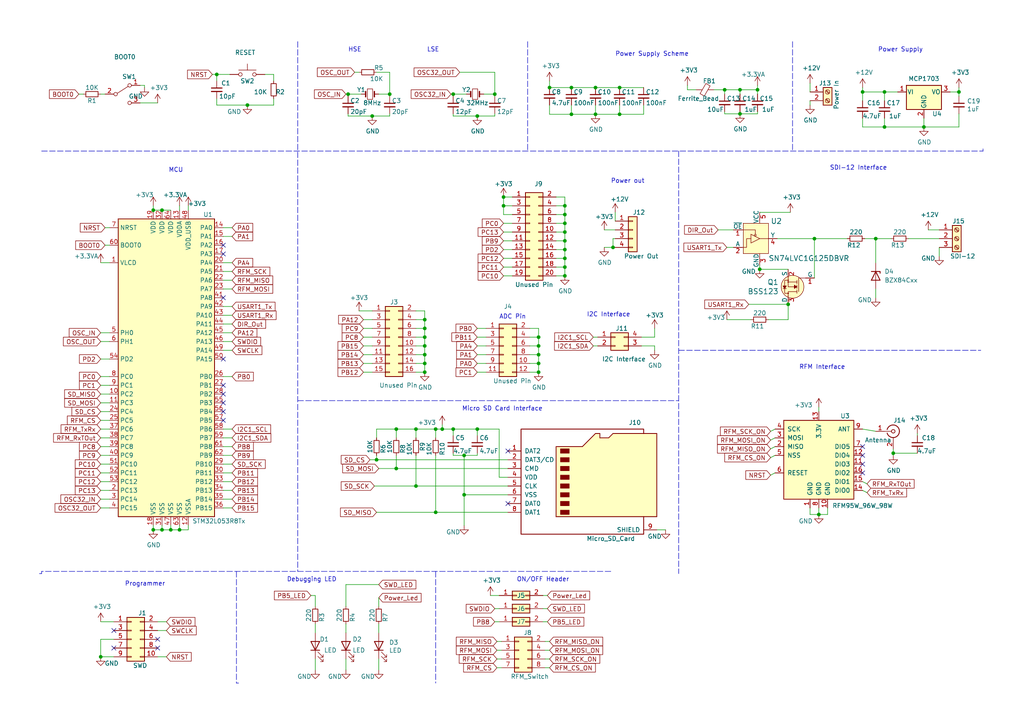
<source format=kicad_sch>
(kicad_sch (version 20211123) (generator eeschema)
  (paper "A4")
  (title_block (title "MoleNet") (date "2022-04-15") (rev "v5.01") (company "ComNet, University of Bremen") (comment 1 "S M Firoj Mahmud"))
  (junction (at 254 69.215))
  (junction (at 123.19 92.71))
  (junction (at 123.19 105.41))
  (junction (at 177.8 71.755))
  (junction (at 123.19 102.87))
  (junction (at 128.27 124.46))
  (junction (at 29.21 190.5))
  (junction (at 146.05 59.69))
  (junction (at 123.19 107.95))
  (junction (at 49.53 153.67))
  (junction (at 114.935 135.89))
  (junction (at 165.735 33.147))
  (junction (at 134.62 143.51))
  (junction (at 123.19 95.25))
  (junction (at 250.19 26.67))
  (junction (at 120.65 140.97))
  (junction (at 46.99 153.67))
  (junction (at 46.99 60.96))
  (junction (at 163.83 72.39))
  (junction (at 259.08 131.445))
  (junction (at 163.83 77.47))
  (junction (at 134.62 132.08))
  (junction (at 172.72 33.147))
  (junction (at 126.365 148.59))
  (junction (at 267.97 36.83))
  (junction (at 44.45 153.67))
  (junction (at 220.345 78.105))
  (junction (at 159.385 25.4))
  (junction (at 228.6 88.265))
  (junction (at 163.83 80.01))
  (junction (at 100.965 27.305))
  (junction (at 138.43 124.46))
  (junction (at 146.05 57.15))
  (junction (at 179.705 33.147))
  (junction (at 172.72 25.4))
  (junction (at 163.83 69.85))
  (junction (at 126.365 124.46))
  (junction (at 179.705 25.4))
  (junction (at 123.19 100.33))
  (junction (at 156.21 107.95))
  (junction (at 156.21 97.79))
  (junction (at 131.445 27.305))
  (junction (at 113.03 27.305))
  (junction (at 237.49 149.225))
  (junction (at 71.755 30.48))
  (junction (at 107.95 33.655))
  (junction (at 123.19 97.79))
  (junction (at 143.51 27.305))
  (junction (at 278.13 26.67))
  (junction (at 165.735 25.4))
  (junction (at 156.21 100.33))
  (junction (at 44.45 60.96))
  (junction (at 163.83 74.93))
  (junction (at 214.63 33.02))
  (junction (at 236.22 69.215))
  (junction (at 163.83 59.69))
  (junction (at 256.54 26.67))
  (junction (at 131.445 124.46))
  (junction (at 156.21 102.87))
  (junction (at 109.22 133.35))
  (junction (at 214.63 26.035))
  (junction (at 163.83 62.23))
  (junction (at 120.65 124.46))
  (junction (at 163.83 64.77))
  (junction (at 256.54 36.83))
  (junction (at 156.21 105.41))
  (junction (at 114.935 124.46))
  (junction (at 210.185 26.035))
  (junction (at 62.865 21.59))
  (junction (at 163.83 67.31))
  (junction (at 52.07 153.67))
  (junction (at 219.71 26.035))
  (junction (at 138.43 33.655))
  (no_connect (at 33.02 182.88))
  (no_connect (at 33.02 187.96))
  (no_connect (at 45.72 185.42))
  (no_connect (at 45.72 187.96))
  (no_connect (at 250.19 137.16))
  (no_connect (at 64.77 86.36))
  (no_connect (at 64.77 73.66))
  (no_connect (at 64.77 71.12))
  (no_connect (at 64.77 121.92))
  (no_connect (at 64.77 111.76))
  (no_connect (at 64.77 114.3))
  (no_connect (at 64.77 116.84))
  (no_connect (at 64.77 119.38))
  (no_connect (at 250.19 132.08))
  (no_connect (at 64.77 104.14))
  (no_connect (at 147.32 130.81))
  (no_connect (at 250.19 129.54))
  (no_connect (at 147.32 146.05))
  (no_connect (at 250.19 134.62))
  (wire (pts (xy 146.05 64.77) (xy 148.59 64.77)))
  (wire (pts (xy 228.6 92.71) (xy 222.885 92.71)))
  (wire (pts (xy 163.83 67.31) (xy 163.83 69.85)))
  (wire (pts (xy 54.61 153.67) (xy 52.07 153.67)))
  (wire (pts (xy 156.21 97.79) (xy 156.21 100.33)))
  (wire (pts (xy 109.22 20.955) (xy 113.03 20.955)))
  (polyline (pts (xy 68.58 165.735) (xy 68.58 198.12)))
  (wire (pts (xy 104.775 27.305) (xy 100.965 27.305)))
  (wire (pts (xy 120.65 100.33) (xy 123.19 100.33)))
  (wire (pts (xy 142.24 172.72) (xy 144.78 172.72)))
  (wire (pts (xy 210.82 71.755) (xy 212.725 71.755)))
  (wire (pts (xy 146.05 59.69) (xy 146.05 62.23)))
  (wire (pts (xy 44.45 153.67) (xy 46.99 153.67)))
  (wire (pts (xy 234.95 29.21) (xy 234.95 30.48)))
  (wire (pts (xy 172.085 97.79) (xy 173.355 97.79)))
  (wire (pts (xy 237.49 147.32) (xy 237.49 149.225)))
  (wire (pts (xy 29.21 190.5) (xy 33.02 190.5)))
  (wire (pts (xy 250.19 26.67) (xy 250.19 29.21)))
  (wire (pts (xy 163.83 59.69) (xy 163.83 62.23)))
  (polyline (pts (xy 285.115 43.815) (xy 285.115 43.18)))
  (wire (pts (xy 52.07 59.69) (xy 52.07 60.96)))
  (wire (pts (xy 123.19 95.25) (xy 123.19 97.79)))
  (wire (pts (xy 228.6 78.105) (xy 220.345 78.105)))
  (wire (pts (xy 172.72 30.48) (xy 172.72 33.147)))
  (wire (pts (xy 30.48 71.12) (xy 31.75 71.12)))
  (wire (pts (xy 146.05 57.15) (xy 148.59 57.15)))
  (wire (pts (xy 177.8 69.215) (xy 177.8 71.755)))
  (wire (pts (xy 131.445 124.46) (xy 131.445 126.365)))
  (wire (pts (xy 259.08 131.445) (xy 259.08 132.08)))
  (wire (pts (xy 120.65 124.46) (xy 126.365 124.46)))
  (wire (pts (xy 153.67 100.33) (xy 156.21 100.33)))
  (wire (pts (xy 128.27 123.19) (xy 128.27 124.46)))
  (polyline (pts (xy 12.065 165.735) (xy 12.065 166.37)))
  (wire (pts (xy 109.22 132.08) (xy 109.22 133.35)))
  (wire (pts (xy 278.13 36.83) (xy 267.97 36.83)))
  (wire (pts (xy 134.62 132.08) (xy 138.43 132.08)))
  (wire (pts (xy 234.95 147.32) (xy 234.95 149.225)))
  (wire (pts (xy 109.22 124.46) (xy 114.935 124.46)))
  (wire (pts (xy 45.72 190.5) (xy 48.26 190.5)))
  (wire (pts (xy 263.525 69.215) (xy 272.415 69.215)))
  (wire (pts (xy 131.445 33.655) (xy 138.43 33.655)))
  (wire (pts (xy 64.77 127) (xy 67.31 127)))
  (wire (pts (xy 256.54 26.67) (xy 250.19 26.67)))
  (wire (pts (xy 186.69 30.48) (xy 186.69 33.147)))
  (wire (pts (xy 146.05 80.01) (xy 148.59 80.01)))
  (wire (pts (xy 161.29 77.47) (xy 163.83 77.47)))
  (wire (pts (xy 109.855 180.975) (xy 109.855 183.515)))
  (wire (pts (xy 250.19 139.7) (xy 251.46 140.335)))
  (wire (pts (xy 138.43 107.95) (xy 140.97 107.95)))
  (wire (pts (xy 120.65 132.08) (xy 120.65 140.97)))
  (wire (pts (xy 113.03 27.94) (xy 113.03 27.305)))
  (wire (pts (xy 259.08 130.175) (xy 259.08 131.445)))
  (wire (pts (xy 220.345 61.595) (xy 229.235 61.595)))
  (wire (pts (xy 224.79 124.46) (xy 223.52 125.095)))
  (wire (pts (xy 143.51 176.53) (xy 144.78 176.53)))
  (wire (pts (xy 250.19 36.83) (xy 256.54 36.83)))
  (wire (pts (xy 64.77 83.82) (xy 67.31 83.82)))
  (wire (pts (xy 29.21 116.84) (xy 31.75 116.84)))
  (wire (pts (xy 61.595 21.59) (xy 62.865 21.59)))
  (wire (pts (xy 126.365 148.59) (xy 109.22 148.59)))
  (polyline (pts (xy 86.36 116.205) (xy 196.85 116.205)))
  (wire (pts (xy 120.65 92.71) (xy 123.19 92.71)))
  (wire (pts (xy 64.77 134.62) (xy 67.31 134.62)))
  (wire (pts (xy 143.51 33.655) (xy 143.51 33.02)))
  (wire (pts (xy 146.05 69.85) (xy 148.59 69.85)))
  (wire (pts (xy 278.13 33.02) (xy 278.13 36.83)))
  (wire (pts (xy 29.21 185.42) (xy 29.21 190.5)))
  (wire (pts (xy 147.32 133.35) (xy 109.22 133.35)))
  (wire (pts (xy 258.445 69.215) (xy 254 69.215)))
  (wire (pts (xy 45.72 182.88) (xy 48.26 182.88)))
  (wire (pts (xy 123.19 97.79) (xy 123.19 100.33)))
  (wire (pts (xy 109.855 191.135) (xy 109.855 194.31)))
  (wire (pts (xy 157.48 172.72) (xy 158.75 172.72)))
  (wire (pts (xy 54.61 152.4) (xy 54.61 153.67)))
  (wire (pts (xy 146.05 77.47) (xy 148.59 77.47)))
  (wire (pts (xy 143.51 180.34) (xy 144.78 180.34)))
  (wire (pts (xy 29.21 142.24) (xy 31.75 142.24)))
  (polyline (pts (xy 68.58 198.12) (xy 69.215 198.12)))
  (wire (pts (xy 161.29 59.69) (xy 163.83 59.69)))
  (wire (pts (xy 158.115 193.675) (xy 159.385 193.675)))
  (wire (pts (xy 236.22 80.645) (xy 236.22 69.215)))
  (wire (pts (xy 146.05 74.93) (xy 148.59 74.93)))
  (wire (pts (xy 138.43 132.08) (xy 138.43 131.445)))
  (wire (pts (xy 163.83 64.77) (xy 163.83 67.31)))
  (polyline (pts (xy 196.85 101.6) (xy 284.48 101.6)))
  (wire (pts (xy 163.83 72.39) (xy 163.83 74.93)))
  (wire (pts (xy 104.14 90.17) (xy 107.95 90.17)))
  (wire (pts (xy 29.21 127) (xy 31.75 127)))
  (wire (pts (xy 156.21 105.41) (xy 156.21 107.95)))
  (wire (pts (xy 64.77 144.78) (xy 67.31 144.78)))
  (wire (pts (xy 126.365 132.08) (xy 126.365 148.59)))
  (wire (pts (xy 256.54 34.29) (xy 256.54 36.83)))
  (wire (pts (xy 245.745 69.215) (xy 236.22 69.215)))
  (wire (pts (xy 228.6 88.265) (xy 228.6 92.71)))
  (wire (pts (xy 100.33 180.975) (xy 100.33 183.515)))
  (wire (pts (xy 128.27 124.46) (xy 131.445 124.46)))
  (wire (pts (xy 153.67 105.41) (xy 156.21 105.41)))
  (wire (pts (xy 123.19 100.33) (xy 123.19 102.87)))
  (wire (pts (xy 207.01 26.035) (xy 210.185 26.035)))
  (wire (pts (xy 105.41 97.79) (xy 107.95 97.79)))
  (wire (pts (xy 91.44 180.975) (xy 91.44 183.515)))
  (wire (pts (xy 217.805 92.71) (xy 210.82 92.71)))
  (wire (pts (xy 29.21 76.2) (xy 31.75 76.2)))
  (wire (pts (xy 236.22 69.215) (xy 225.425 69.215)))
  (wire (pts (xy 79.375 30.48) (xy 79.375 28.575)))
  (wire (pts (xy 219.71 33.02) (xy 219.71 32.385)))
  (wire (pts (xy 64.77 99.06) (xy 67.31 99.06)))
  (wire (pts (xy 100.965 27.305) (xy 100.33 27.305)))
  (wire (pts (xy 250.19 25.4) (xy 250.19 26.67)))
  (wire (pts (xy 120.65 90.17) (xy 123.19 90.17)))
  (polyline (pts (xy 196.85 43.815) (xy 196.85 166.37)))
  (wire (pts (xy 131.445 33.02) (xy 131.445 33.655)))
  (wire (pts (xy 29.21 129.54) (xy 31.75 129.54)))
  (wire (pts (xy 186.69 33.147) (xy 179.705 33.147)))
  (wire (pts (xy 135.255 27.305) (xy 131.445 27.305)))
  (wire (pts (xy 179.705 25.4) (xy 186.69 25.4)))
  (wire (pts (xy 29.21 121.92) (xy 31.75 121.92)))
  (wire (pts (xy 62.865 30.48) (xy 71.755 30.48)))
  (wire (pts (xy 90.17 172.72) (xy 91.44 172.72)))
  (wire (pts (xy 133.35 20.955) (xy 143.51 20.955)))
  (wire (pts (xy 120.65 105.41) (xy 123.19 105.41)))
  (wire (pts (xy 145.415 188.595) (xy 144.145 188.595)))
  (wire (pts (xy 272.415 71.755) (xy 272.415 74.295)))
  (wire (pts (xy 219.71 24.765) (xy 219.71 26.035)))
  (wire (pts (xy 224.79 129.54) (xy 223.52 130.175)))
  (wire (pts (xy 64.77 101.6) (xy 67.31 101.6)))
  (wire (pts (xy 62.865 21.59) (xy 66.675 21.59)))
  (wire (pts (xy 214.63 32.385) (xy 214.63 33.02)))
  (wire (pts (xy 147.32 143.51) (xy 134.62 143.51)))
  (wire (pts (xy 161.29 64.77) (xy 163.83 64.77)))
  (wire (pts (xy 64.77 76.2) (xy 67.31 76.2)))
  (wire (pts (xy 131.445 131.445) (xy 131.445 132.08)))
  (wire (pts (xy 105.41 105.41) (xy 107.95 105.41)))
  (wire (pts (xy 210.185 32.385) (xy 210.185 33.02)))
  (wire (pts (xy 52.07 153.67) (xy 49.53 153.67)))
  (wire (pts (xy 173.355 100.33) (xy 172.085 100.33)))
  (wire (pts (xy 64.77 96.52) (xy 67.31 96.52)))
  (wire (pts (xy 44.45 152.4) (xy 44.45 153.67)))
  (wire (pts (xy 172.72 25.4) (xy 179.705 25.4)))
  (wire (pts (xy 64.77 139.7) (xy 67.31 139.7)))
  (wire (pts (xy 214.63 26.035) (xy 219.71 26.035)))
  (wire (pts (xy 158.115 186.055) (xy 159.385 186.055)))
  (wire (pts (xy 156.21 100.33) (xy 156.21 102.87)))
  (wire (pts (xy 113.03 33.655) (xy 113.03 33.02)))
  (wire (pts (xy 29.21 111.76) (xy 31.75 111.76)))
  (wire (pts (xy 29.21 109.22) (xy 31.75 109.22)))
  (wire (pts (xy 146.05 62.23) (xy 148.59 62.23)))
  (wire (pts (xy 64.77 88.9) (xy 67.31 88.9)))
  (wire (pts (xy 143.51 27.305) (xy 143.51 20.955)))
  (wire (pts (xy 108.585 140.97) (xy 120.65 140.97)))
  (wire (pts (xy 172.72 33.147) (xy 179.705 33.147)))
  (wire (pts (xy 190.5 153.67) (xy 193.04 153.67)))
  (wire (pts (xy 224.79 137.16) (xy 223.52 137.795)))
  (wire (pts (xy 109.855 169.545) (xy 100.33 169.545)))
  (wire (pts (xy 49.53 152.4) (xy 49.53 153.67)))
  (wire (pts (xy 120.65 107.95) (xy 123.19 107.95)))
  (wire (pts (xy 64.77 109.22) (xy 67.31 109.22)))
  (wire (pts (xy 240.03 149.225) (xy 240.03 147.32)))
  (wire (pts (xy 29.21 114.3) (xy 31.75 114.3)))
  (wire (pts (xy 158.115 188.595) (xy 159.385 188.595)))
  (wire (pts (xy 114.935 124.46) (xy 120.65 124.46)))
  (wire (pts (xy 64.77 91.44) (xy 67.31 91.44)))
  (wire (pts (xy 161.29 74.93) (xy 163.83 74.93)))
  (wire (pts (xy 161.29 62.23) (xy 163.83 62.23)))
  (wire (pts (xy 156.21 102.87) (xy 156.21 105.41)))
  (wire (pts (xy 29.21 134.62) (xy 31.75 134.62)))
  (wire (pts (xy 41.91 24.765) (xy 40.64 24.765)))
  (wire (pts (xy 52.07 152.4) (xy 52.07 153.67)))
  (wire (pts (xy 91.44 172.72) (xy 91.44 175.895)))
  (wire (pts (xy 159.385 33.147) (xy 165.735 33.147)))
  (wire (pts (xy 123.19 90.17) (xy 123.19 92.71)))
  (wire (pts (xy 120.65 95.25) (xy 123.19 95.25)))
  (polyline (pts (xy 12.065 43.815) (xy 285.115 43.815)))
  (wire (pts (xy 153.67 102.87) (xy 156.21 102.87)))
  (wire (pts (xy 105.41 100.33) (xy 107.95 100.33)))
  (wire (pts (xy 30.48 66.04) (xy 31.75 66.04)))
  (polyline (pts (xy 86.36 12.065) (xy 86.36 165.735)))
  (wire (pts (xy 250.19 142.24) (xy 251.46 142.875)))
  (wire (pts (xy 104.14 20.955) (xy 102.87 20.955)))
  (wire (pts (xy 256.54 36.83) (xy 267.97 36.83)))
  (wire (pts (xy 146.05 72.39) (xy 148.59 72.39)))
  (wire (pts (xy 134.62 143.51) (xy 134.62 152.4)))
  (wire (pts (xy 145.415 191.135) (xy 144.145 191.135)))
  (wire (pts (xy 237.49 118.11) (xy 237.49 119.38)))
  (wire (pts (xy 147.32 135.89) (xy 114.935 135.89)))
  (wire (pts (xy 131.445 27.94) (xy 131.445 27.305)))
  (wire (pts (xy 161.29 80.01) (xy 163.83 80.01)))
  (wire (pts (xy 147.32 148.59) (xy 126.365 148.59)))
  (wire (pts (xy 256.54 26.67) (xy 256.54 29.21)))
  (wire (pts (xy 163.83 74.93) (xy 163.83 77.47)))
  (wire (pts (xy 64.77 129.54) (xy 67.31 129.54)))
  (wire (pts (xy 145.415 193.675) (xy 144.145 193.675)))
  (wire (pts (xy 29.21 144.78) (xy 31.75 144.78)))
  (wire (pts (xy 138.43 100.33) (xy 140.97 100.33)))
  (wire (pts (xy 29.21 96.52) (xy 31.75 96.52)))
  (wire (pts (xy 46.99 152.4) (xy 46.99 153.67)))
  (wire (pts (xy 157.48 180.34) (xy 158.75 180.34)))
  (wire (pts (xy 163.83 69.85) (xy 163.83 72.39)))
  (wire (pts (xy 266.065 125.73) (xy 266.065 126.365)))
  (wire (pts (xy 210.185 26.035) (xy 210.185 27.305)))
  (wire (pts (xy 278.13 26.67) (xy 278.13 27.94)))
  (wire (pts (xy 237.49 149.225) (xy 240.03 149.225)))
  (wire (pts (xy 199.39 26.035) (xy 199.39 24.765)))
  (wire (pts (xy 165.735 30.48) (xy 165.735 33.147)))
  (wire (pts (xy 64.77 78.74) (xy 67.31 78.74)))
  (wire (pts (xy 143.51 27.305) (xy 140.335 27.305)))
  (wire (pts (xy 153.67 107.95) (xy 156.21 107.95)))
  (wire (pts (xy 44.45 60.96) (xy 46.99 60.96)))
  (wire (pts (xy 100.33 191.135) (xy 100.33 194.31)))
  (wire (pts (xy 224.79 127) (xy 223.52 127.635)))
  (wire (pts (xy 105.41 95.25) (xy 107.95 95.25)))
  (wire (pts (xy 126.365 127) (xy 126.365 124.46)))
  (wire (pts (xy 210.185 33.02) (xy 214.63 33.02)))
  (wire (pts (xy 161.29 69.85) (xy 163.83 69.85)))
  (wire (pts (xy 24.13 27.305) (xy 22.86 27.305)))
  (wire (pts (xy 250.19 34.29) (xy 250.19 36.83)))
  (wire (pts (xy 131.445 124.46) (xy 138.43 124.46)))
  (wire (pts (xy 153.67 97.79) (xy 156.21 97.79)))
  (wire (pts (xy 44.45 59.69) (xy 44.45 60.96)))
  (wire (pts (xy 159.385 23.495) (xy 159.385 25.4)))
  (wire (pts (xy 100.965 33.655) (xy 107.95 33.655)))
  (wire (pts (xy 219.71 26.035) (xy 219.71 27.305)))
  (polyline (pts (xy 177.165 165.735) (xy 12.065 165.735)))
  (wire (pts (xy 158.115 191.135) (xy 159.385 191.135)))
  (wire (pts (xy 46.99 153.67) (xy 49.53 153.67)))
  (wire (pts (xy 46.99 60.96) (xy 49.53 60.96)))
  (wire (pts (xy 138.43 102.87) (xy 140.97 102.87)))
  (wire (pts (xy 214.63 27.305) (xy 214.63 26.035)))
  (wire (pts (xy 109.22 127) (xy 109.22 124.46)))
  (wire (pts (xy 54.61 59.69) (xy 54.61 60.96)))
  (wire (pts (xy 153.67 95.25) (xy 156.21 95.25)))
  (wire (pts (xy 234.95 149.225) (xy 237.49 149.225)))
  (wire (pts (xy 134.62 143.51) (xy 134.62 132.08)))
  (wire (pts (xy 100.965 27.94) (xy 100.965 27.305)))
  (wire (pts (xy 109.22 133.35) (xy 107.315 133.35)))
  (wire (pts (xy 189.865 100.33) (xy 186.055 100.33)))
  (polyline (pts (xy 12.065 166.37) (xy 11.43 166.37)))
  (wire (pts (xy 161.29 57.15) (xy 163.83 57.15)))
  (wire (pts (xy 179.705 30.48) (xy 179.705 33.147)))
  (wire (pts (xy 201.93 26.035) (xy 199.39 26.035)))
  (wire (pts (xy 29.21 139.7) (xy 31.75 139.7)))
  (wire (pts (xy 64.77 142.24) (xy 67.31 142.24)))
  (wire (pts (xy 156.21 95.25) (xy 156.21 97.79)))
  (wire (pts (xy 29.21 104.14) (xy 31.75 104.14)))
  (wire (pts (xy 29.21 147.32) (xy 31.75 147.32)))
  (wire (pts (xy 64.77 68.58) (xy 67.31 68.58)))
  (wire (pts (xy 114.935 132.08) (xy 114.935 135.89)))
  (wire (pts (xy 254 83.82) (xy 254 86.36)))
  (wire (pts (xy 278.13 25.4) (xy 278.13 26.67)))
  (wire (pts (xy 100.33 169.545) (xy 100.33 175.895)))
  (wire (pts (xy 165.735 25.4) (xy 172.72 25.4)))
  (wire (pts (xy 165.735 33.147) (xy 172.72 33.147)))
  (wire (pts (xy 105.41 92.71) (xy 107.95 92.71)))
  (wire (pts (xy 217.17 88.265) (xy 228.6 88.265)))
  (wire (pts (xy 64.77 66.04) (xy 67.31 66.04)))
  (wire (pts (xy 109.855 175.895) (xy 109.855 173.355)))
  (wire (pts (xy 120.65 97.79) (xy 123.19 97.79)))
  (wire (pts (xy 79.375 23.495) (xy 79.375 21.59)))
  (wire (pts (xy 105.41 107.95) (xy 107.95 107.95)))
  (wire (pts (xy 64.77 132.08) (xy 67.31 132.08)))
  (wire (pts (xy 29.21 180.34) (xy 33.02 180.34)))
  (wire (pts (xy 157.48 176.53) (xy 158.75 176.53)))
  (wire (pts (xy 45.72 180.34) (xy 48.26 180.34)))
  (wire (pts (xy 146.05 57.15) (xy 146.05 59.69)))
  (wire (pts (xy 250.19 124.46) (xy 254 125.095)))
  (wire (pts (xy 120.65 102.87) (xy 123.19 102.87)))
  (wire (pts (xy 145.415 186.055) (xy 144.145 186.055)))
  (wire (pts (xy 254 69.215) (xy 254 76.2)))
  (wire (pts (xy 126.365 124.46) (xy 128.27 124.46)))
  (wire (pts (xy 138.43 95.25) (xy 140.97 95.25)))
  (wire (pts (xy 220.345 76.835) (xy 220.345 78.105)))
  (wire (pts (xy 29.21 119.38) (xy 31.75 119.38)))
  (wire (pts (xy 29.21 124.46) (xy 31.75 124.46)))
  (wire (pts (xy 159.385 25.4) (xy 165.735 25.4)))
  (wire (pts (xy 254 69.215) (xy 250.825 69.215)))
  (wire (pts (xy 64.77 81.28) (xy 67.31 81.28)))
  (wire (pts (xy 161.29 67.31) (xy 163.83 67.31)))
  (wire (pts (xy 41.91 25.4) (xy 41.91 24.765)))
  (wire (pts (xy 138.43 97.79) (xy 140.97 97.79)))
  (wire (pts (xy 120.65 127) (xy 120.65 124.46)))
  (wire (pts (xy 107.95 33.655) (xy 113.03 33.655)))
  (wire (pts (xy 234.95 24.13) (xy 234.95 26.67)))
  (wire (pts (xy 161.29 72.39) (xy 163.83 72.39)))
  (wire (pts (xy 146.05 67.31) (xy 148.59 67.31)))
  (wire (pts (xy 212.725 66.675) (xy 208.28 66.675)))
  (wire (pts (xy 131.445 27.305) (xy 130.81 27.305)))
  (wire (pts (xy 62.865 28.575) (xy 62.865 30.48)))
  (wire (pts (xy 214.63 33.02) (xy 219.71 33.02)))
  (wire (pts (xy 64.77 147.32) (xy 67.31 147.32)))
  (wire (pts (xy 64.77 137.16) (xy 67.31 137.16)))
  (wire (pts (xy 275.59 26.67) (xy 278.13 26.67)))
  (wire (pts (xy 189.865 101.6) (xy 189.865 100.33)))
  (wire (pts (xy 163.83 62.23) (xy 163.83 64.77)))
  (wire (pts (xy 266.065 131.445) (xy 259.08 131.445)))
  (wire (pts (xy 64.77 93.98) (xy 67.31 93.98)))
  (wire (pts (xy 178.435 64.135) (xy 178.435 61.595)))
  (wire (pts (xy 120.65 140.97) (xy 147.32 140.97)))
  (wire (pts (xy 29.21 137.16) (xy 31.75 137.16)))
  (wire (pts (xy 29.21 132.08) (xy 31.75 132.08)))
  (wire (pts (xy 189.865 97.79) (xy 189.865 95.25)))
  (polyline (pts (xy 126.365 165.735) (xy 126.365 198.12)))
  (wire (pts (xy 186.055 97.79) (xy 189.865 97.79)))
  (wire (pts (xy 33.02 185.42) (xy 29.21 185.42)))
  (wire (pts (xy 138.43 33.655) (xy 143.51 33.655)))
  (wire (pts (xy 123.19 105.41) (xy 123.19 107.95)))
  (wire (pts (xy 29.21 99.06) (xy 31.75 99.06)))
  (wire (pts (xy 40.64 29.845) (xy 45.72 29.845)))
  (polyline (pts (xy 229.87 12.065) (xy 229.87 43.815)))
  (wire (pts (xy 163.83 57.15) (xy 163.83 59.69)))
  (wire (pts (xy 138.43 105.41) (xy 140.97 105.41)))
  (wire (pts (xy 138.43 126.365) (xy 138.43 124.46)))
  (wire (pts (xy 272.415 66.675) (xy 269.24 66.675)))
  (wire (pts (xy 123.19 102.87) (xy 123.19 105.41)))
  (wire (pts (xy 100.965 33.02) (xy 100.965 33.655)))
  (wire (pts (xy 224.79 132.08) (xy 223.52 132.715)))
  (wire (pts (xy 147.32 138.43) (xy 144.78 138.43)))
  (wire (pts (xy 178.435 69.215) (xy 177.8 69.215)))
  (wire (pts (xy 105.41 102.87) (xy 107.95 102.87)))
  (wire (pts (xy 143.51 27.94) (xy 143.51 27.305)))
  (wire (pts (xy 113.03 27.305) (xy 113.03 20.955)))
  (wire (pts (xy 113.03 27.305) (xy 109.855 27.305)))
  (polyline (pts (xy 153.035 12.065) (xy 153.035 43.815)))
  (wire (pts (xy 62.865 21.59) (xy 62.865 23.495)))
  (wire (pts (xy 131.445 132.08) (xy 134.62 132.08)))
  (wire (pts (xy 114.935 127) (xy 114.935 124.46)))
  (wire (pts (xy 30.48 27.305) (xy 29.21 27.305)))
  (wire (pts (xy 123.19 92.71) (xy 123.19 95.25)))
  (wire (pts (xy 144.78 138.43) (xy 144.78 124.46)))
  (wire (pts (xy 71.755 30.48) (xy 79.375 30.48)))
  (wire (pts (xy 178.435 66.675) (xy 175.26 66.675)))
  (wire (pts (xy 79.375 21.59) (xy 76.835 21.59)))
  (wire (pts (xy 178.435 71.755) (xy 177.8 71.755)))
  (wire (pts (xy 146.05 59.69) (xy 148.59 59.69)))
  (wire (pts (xy 267.97 34.29) (xy 267.97 36.83)))
  (wire (pts (xy 138.43 124.46) (xy 144.78 124.46)))
  (wire (pts (xy 163.83 77.47) (xy 163.83 80.01)))
  (wire (pts (xy 210.185 26.035) (xy 214.63 26.035)))
  (wire (pts (xy 64.77 124.46) (xy 67.31 124.46)))
  (wire (pts (xy 260.35 26.67) (xy 256.54 26.67)))
  (wire (pts (xy 114.935 135.89) (xy 109.855 135.89)))
  (wire (pts (xy 91.44 191.135) (xy 91.44 194.31)))
  (wire (pts (xy 159.385 30.48) (xy 159.385 33.147)))
  (wire (pts (xy 177.8 71.755) (xy 175.26 71.755)))
  (text "Power Supply Scheme" (at 178.435 16.51 0) (effects (font (size 1.27 1.27)) (justify left bottom)))
  (text "Power out" (at 177.165 53.34 0) (effects (font (size 1.27 1.27)) (justify left bottom)))
  (text "Debugging LED" (at 83.185 168.91 0) (effects (font (size 1.27 1.27)) (justify left bottom)))
  (text "I2C Interface" (at 170.18 92.075 0) (effects (font (size 1.27 1.27)) (justify left bottom)))
  (text "LSE" (at 123.825 15.24 0) (effects (font (size 1.27 1.27)) (justify left bottom)))
  (text "SDI-12 Interface" (at 240.665 49.53 0) (effects (font (size 1.27 1.27)) (justify left bottom)))
  (text "Micro SD Card Interface" (at 133.985 119.38 0) (effects (font (size 1.27 1.27)) (justify left bottom)))
  (text "ON/OFF Header" (at 149.86 168.91 0) (effects (font (size 1.27 1.27)) (justify left bottom)))
  (text "ADC Pin" (at 144.78 92.71 0) (effects (font (size 1.27 1.27)) (justify left bottom)))
  (text "Programmer" (at 36.195 170.18 0) (effects (font (size 1.27 1.27)) (justify left bottom)))
  (text "Power Supply" (at 254.635 15.24 0) (effects (font (size 1.27 1.27)) (justify left bottom)))
  (text "MCU" (at 48.895 50.165 0) (effects (font (size 1.27 1.27)) (justify left bottom)))
  (text "HSE" (at 100.965 15.24 0) (effects (font (size 1.27 1.27)) (justify left bottom)))
  (text "RFM Interface" (at 231.775 107.315 0) (effects (font (size 1.27 1.27)) (justify left bottom)))
  (global_label "USART1_Tx" (shape input) (at 67.31 88.9 0) (property "Intersheet References" "${INTERSHEET_REFS}" (effects hide)))
  (global_label "PA0" (shape input) (at 67.31 66.04 0) (property "Intersheet References" "${INTERSHEET_REFS}" (effects hide)))
  (global_label "OSC32_OUT" (shape input) (at 29.21 147.32 180) (property "Intersheet References" "${INTERSHEET_REFS}" (effects hide)))
  (global_label "PA0" (shape input) (at 138.43 105.41 180) (property "Intersheet References" "${INTERSHEET_REFS}" (effects hide)))
  (global_label "OSC_IN" (shape input) (at 100.33 27.305 180) (property "Intersheet References" "${INTERSHEET_REFS}" (effects hide)))
  (global_label "PB8" (shape input) (at 67.31 129.54 0) (property "Intersheet References" "${INTERSHEET_REFS}" (effects hide)))
  (global_label "I2C1_SDA" (shape input) (at 67.31 127 0) (property "Intersheet References" "${INTERSHEET_REFS}" (effects hide)))
  (global_label "DIR_Out" (shape input) (at 67.31 93.98 0) (property "Intersheet References" "${INTERSHEET_REFS}" (effects hide)))
  (global_label "NRST" (shape input) (at 223.52 137.795 180) (property "Intersheet References" "${INTERSHEET_REFS}" (effects hide)))
  (global_label "SWDIO" (shape input) (at 48.26 180.34 0) (property "Intersheet References" "${INTERSHEET_REFS}" (effects hide)))
  (global_label "DIR_Out" (shape input) (at 208.28 66.675 180) (property "Intersheet References" "${INTERSHEET_REFS}" (effects hide)))
  (global_label "PC12" (shape input) (at 29.21 139.7 180) (property "Intersheet References" "${INTERSHEET_REFS}" (effects hide)))
  (global_label "PC11" (shape input) (at 29.21 137.16 180) (property "Intersheet References" "${INTERSHEET_REFS}" (effects hide)))
  (global_label "PD2" (shape input) (at 146.05 72.39 180) (property "Intersheet References" "${INTERSHEET_REFS}" (effects hide)))
  (global_label "PC0" (shape input) (at 29.21 109.22 180) (property "Intersheet References" "${INTERSHEET_REFS}" (effects hide)))
  (global_label "SD_MOSI" (shape input) (at 109.855 135.89 180) (property "Intersheet References" "${INTERSHEET_REFS}" (effects hide)))
  (global_label "NRST" (shape input) (at 30.48 66.04 180) (property "Intersheet References" "${INTERSHEET_REFS}" (effects hide)))
  (global_label "RFM_SCK_ON" (shape input) (at 159.385 191.135 0) (property "Intersheet References" "${INTERSHEET_REFS}" (effects hide)))
  (global_label "RFM_CS" (shape input) (at 144.145 193.675 180) (property "Intersheet References" "${INTERSHEET_REFS}" (effects hide)))
  (global_label "USART1_Tx" (shape input) (at 210.82 71.755 180) (property "Intersheet References" "${INTERSHEET_REFS}" (effects hide)))
  (global_label "RFM_RxTOut" (shape input) (at 29.21 127 180) (property "Intersheet References" "${INTERSHEET_REFS}" (effects hide)))
  (global_label "PA4" (shape input) (at 67.31 76.2 0) (property "Intersheet References" "${INTERSHEET_REFS}" (effects hide)))
  (global_label "SWDIO" (shape input) (at 143.51 176.53 180) (property "Intersheet References" "${INTERSHEET_REFS}" (effects hide)))
  (global_label "PC0" (shape input) (at 146.05 64.77 180) (property "Intersheet References" "${INTERSHEET_REFS}" (effects hide)))
  (global_label "SWD_LED" (shape input) (at 158.75 176.53 0) (property "Intersheet References" "${INTERSHEET_REFS}" (effects hide)))
  (global_label "RFM_SCK" (shape input) (at 144.145 191.135 180) (property "Intersheet References" "${INTERSHEET_REFS}" (effects hide)))
  (global_label "PB15" (shape input) (at 105.41 100.33 180) (property "Intersheet References" "${INTERSHEET_REFS}" (effects hide)))
  (global_label "PC9" (shape input) (at 105.41 95.25 180) (property "Intersheet References" "${INTERSHEET_REFS}" (effects hide)))
  (global_label "OSC_OUT" (shape input) (at 29.21 99.06 180) (property "Intersheet References" "${INTERSHEET_REFS}" (effects hide)))
  (global_label "PC13" (shape input) (at 146.05 67.31 180) (property "Intersheet References" "${INTERSHEET_REFS}" (effects hide)))
  (global_label "PC1" (shape input) (at 138.43 107.95 180) (property "Intersheet References" "${INTERSHEET_REFS}" (effects hide)))
  (global_label "PD2" (shape input) (at 29.21 104.14 180) (property "Intersheet References" "${INTERSHEET_REFS}" (effects hide)))
  (global_label "RFM_CS" (shape input) (at 29.21 121.92 180) (property "Intersheet References" "${INTERSHEET_REFS}" (effects hide)))
  (global_label "PB12" (shape input) (at 67.31 139.7 0) (property "Intersheet References" "${INTERSHEET_REFS}" (effects hide)))
  (global_label "I2C1_SCL" (shape input) (at 67.31 124.46 0) (property "Intersheet References" "${INTERSHEET_REFS}" (effects hide)))
  (global_label "RFM_TxRx" (shape input) (at 29.21 124.46 180) (property "Intersheet References" "${INTERSHEET_REFS}" (effects hide)))
  (global_label "OSC32_IN" (shape input) (at 29.21 144.78 180) (property "Intersheet References" "${INTERSHEET_REFS}" (effects hide)))
  (global_label "PB15" (shape input) (at 67.31 147.32 0) (property "Intersheet References" "${INTERSHEET_REFS}" (effects hide)))
  (global_label "PC8" (shape input) (at 105.41 97.79 180) (property "Intersheet References" "${INTERSHEET_REFS}" (effects hide)))
  (global_label "PB13" (shape input) (at 105.41 105.41 180) (property "Intersheet References" "${INTERSHEET_REFS}" (effects hide)))
  (global_label "SD_CS" (shape input) (at 107.315 133.35 180) (property "Intersheet References" "${INTERSHEET_REFS}" (effects hide)))
  (global_label "PB5_LED" (shape input) (at 158.75 180.34 0) (property "Intersheet References" "${INTERSHEET_REFS}" (effects hide)))
  (global_label "SD_SCK" (shape input) (at 67.31 134.62 0) (property "Intersheet References" "${INTERSHEET_REFS}" (effects hide)))
  (global_label "PC1" (shape input) (at 29.21 111.76 180) (property "Intersheet References" "${INTERSHEET_REFS}" (effects hide)))
  (global_label "NRST" (shape input) (at 61.595 21.59 180) (property "Intersheet References" "${INTERSHEET_REFS}" (effects hide)))
  (global_label "PB11" (shape input) (at 138.43 97.79 180) (property "Intersheet References" "${INTERSHEET_REFS}" (effects hide)))
  (global_label "PC13" (shape input) (at 29.21 142.24 180) (property "Intersheet References" "${INTERSHEET_REFS}" (effects hide)))
  (global_label "BOOT0" (shape input) (at 22.86 27.305 180) (property "Intersheet References" "${INTERSHEET_REFS}" (effects hide)))
  (global_label "PA12" (shape input) (at 105.41 92.71 180) (property "Intersheet References" "${INTERSHEET_REFS}" (effects hide)))
  (global_label "Power_Led" (shape input) (at 109.855 173.355 0) (property "Intersheet References" "${INTERSHEET_REFS}" (effects hide)))
  (global_label "PB0" (shape input) (at 67.31 109.22 0) (property "Intersheet References" "${INTERSHEET_REFS}" (effects hide)))
  (global_label "SWCLK" (shape input) (at 67.31 101.6 0) (property "Intersheet References" "${INTERSHEET_REFS}" (effects hide)))
  (global_label "PA1" (shape input) (at 67.31 68.58 0) (property "Intersheet References" "${INTERSHEET_REFS}" (effects hide)))
  (global_label "RFM_SCK_ON" (shape input) (at 223.52 125.095 180) (property "Intersheet References" "${INTERSHEET_REFS}" (effects hide)))
  (global_label "SD_MISO" (shape input) (at 29.21 114.3 180) (property "Intersheet References" "${INTERSHEET_REFS}" (effects hide)))
  (global_label "RFM_MOSI" (shape input) (at 144.145 188.595 180) (property "Intersheet References" "${INTERSHEET_REFS}" (effects hide)))
  (global_label "BOOT0" (shape input) (at 30.48 71.12 180) (property "Intersheet References" "${INTERSHEET_REFS}" (effects hide)))
  (global_label "OSC32_IN" (shape input) (at 130.81 27.305 180) (property "Intersheet References" "${INTERSHEET_REFS}" (effects hide)))
  (global_label "SD_CS" (shape input) (at 29.21 119.38 180) (property "Intersheet References" "${INTERSHEET_REFS}" (effects hide)))
  (global_label "PB8" (shape input) (at 143.51 180.34 180) (property "Intersheet References" "${INTERSHEET_REFS}" (effects hide)))
  (global_label "PC12" (shape input) (at 146.05 74.93 180) (property "Intersheet References" "${INTERSHEET_REFS}" (effects hide)))
  (global_label "PB9" (shape input) (at 67.31 132.08 0) (property "Intersheet References" "${INTERSHEET_REFS}" (effects hide)))
  (global_label "SD_MOSI" (shape input) (at 29.21 116.84 180) (property "Intersheet References" "${INTERSHEET_REFS}" (effects hide)))
  (global_label "PA12" (shape input) (at 67.31 96.52 0) (property "Intersheet References" "${INTERSHEET_REFS}" (effects hide)))
  (global_label "I2C1_SDA" (shape input) (at 172.085 100.33 180) (property "Intersheet References" "${INTERSHEET_REFS}" (effects hide)))
  (global_label "PA1" (shape input) (at 138.43 102.87 180) (property "Intersheet References" "${INTERSHEET_REFS}" (effects hide)))
  (global_label "RFM_MOSI_ON" (shape input) (at 223.52 127.635 180) (property "Intersheet References" "${INTERSHEET_REFS}" (effects hide)))
  (global_label "RFM_MISO_ON" (shape input) (at 159.385 186.055 0) (property "Intersheet References" "${INTERSHEET_REFS}" (effects hide)))
  (global_label "RFM_RxTOut" (shape input) (at 251.46 140.335 0) (property "Intersheet References" "${INTERSHEET_REFS}" (effects hide)))
  (global_label "PB9" (shape input) (at 146.05 69.85 180) (property "Intersheet References" "${INTERSHEET_REFS}" (effects hide)))
  (global_label "PC9" (shape input) (at 29.21 132.08 180) (property "Intersheet References" "${INTERSHEET_REFS}" (effects hide)))
  (global_label "SD_MISO" (shape input) (at 109.22 148.59 180) (property "Intersheet References" "${INTERSHEET_REFS}" (effects hide)))
  (global_label "PC11" (shape input) (at 146.05 77.47 180) (property "Intersheet References" "${INTERSHEET_REFS}" (effects hide)))
  (global_label "PB11" (shape input) (at 67.31 137.16 0) (property "Intersheet References" "${INTERSHEET_REFS}" (effects hide)))
  (global_label "PB14" (shape input) (at 67.31 144.78 0) (property "Intersheet References" "${INTERSHEET_REFS}" (effects hide)))
  (global_label "PC10" (shape input) (at 29.21 134.62 180) (property "Intersheet References" "${INTERSHEET_REFS}" (effects hide)))
  (global_label "PB12" (shape input) (at 105.41 107.95 180) (property "Intersheet References" "${INTERSHEET_REFS}" (effects hide)))
  (global_label "RFM_CS_ON" (shape input) (at 159.385 193.675 0) (property "Intersheet References" "${INTERSHEET_REFS}" (effects hide)))
  (global_label "RFM_TxRx" (shape input) (at 251.46 142.875 0) (property "Intersheet References" "${INTERSHEET_REFS}" (effects hide)))
  (global_label "PB14" (shape input) (at 105.41 102.87 180) (property "Intersheet References" "${INTERSHEET_REFS}" (effects hide)))
  (global_label "USART1_Rx" (shape input) (at 67.31 91.44 0) (property "Intersheet References" "${INTERSHEET_REFS}" (effects hide)))
  (global_label "I2C1_SCL" (shape input) (at 172.085 97.79 180) (property "Intersheet References" "${INTERSHEET_REFS}" (effects hide)))
  (global_label "RFM_MOSI" (shape input) (at 67.31 83.82 0) (property "Intersheet References" "${INTERSHEET_REFS}" (effects hide)))
  (global_label "PC8" (shape input) (at 29.21 129.54 180) (property "Intersheet References" "${INTERSHEET_REFS}" (effects hide)))
  (global_label "USART1_Rx" (shape input) (at 217.17 88.265 180) (property "Intersheet References" "${INTERSHEET_REFS}" (effects hide)))
  (global_label "OSC_OUT" (shape input) (at 102.87 20.955 180) (property "Intersheet References" "${INTERSHEET_REFS}" (effects hide)))
  (global_label "RFM_SCK" (shape input) (at 67.31 78.74 0) (property "Intersheet References" "${INTERSHEET_REFS}" (effects hide)))
  (global_label "PB5_LED" (shape input) (at 90.17 172.72 180) (property "Intersheet References" "${INTERSHEET_REFS}" (effects hide)))
  (global_label "RFM_MOSI_ON" (shape input) (at 159.385 188.595 0) (property "Intersheet References" "${INTERSHEET_REFS}" (effects hide)))
  (global_label "SWD_LED" (shape input) (at 109.855 169.545 0) (property "Intersheet References" "${INTERSHEET_REFS}" (effects hide)))
  (global_label "RFM_MISO_ON" (shape input) (at 223.52 130.175 180) (property "Intersheet References" "${INTERSHEET_REFS}" (effects hide)))
  (global_label "SWDIO" (shape input) (at 67.31 99.06 0) (property "Intersheet References" "${INTERSHEET_REFS}" (effects hide)))
  (global_label "SD_SCK" (shape input) (at 108.585 140.97 180) (property "Intersheet References" "${INTERSHEET_REFS}" (effects hide)))
  (global_label "NRST" (shape input) (at 48.26 190.5 0) (property "Intersheet References" "${INTERSHEET_REFS}" (effects hide)))
  (global_label "PC10" (shape input) (at 146.05 80.01 180) (property "Intersheet References" "${INTERSHEET_REFS}" (effects hide)))
  (global_label "RFM_MISO" (shape input) (at 67.31 81.28 0) (property "Intersheet References" "${INTERSHEET_REFS}" (effects hide)))
  (global_label "OSC_IN" (shape input) (at 29.21 96.52 180) (property "Intersheet References" "${INTERSHEET_REFS}" (effects hide)))
  (global_label "RFM_MISO" (shape input) (at 144.145 186.055 180) (property "Intersheet References" "${INTERSHEET_REFS}" (effects hide)))
  (global_label "SWCLK" (shape input) (at 48.26 182.88 0) (property "Intersheet References" "${INTERSHEET_REFS}" (effects hide)))
  (global_label "OSC32_OUT" (shape input) (at 133.35 20.955 180) (property "Intersheet References" "${INTERSHEET_REFS}" (effects hide)))
  (global_label "Power_Led" (shape input) (at 158.75 172.72 0) (property "Intersheet References" "${INTERSHEET_REFS}" (effects hide)))
  (global_label "PB13" (shape input) (at 67.31 142.24 0) (property "Intersheet References" "${INTERSHEET_REFS}" (effects hide)))
  (global_label "RFM_CS_ON" (shape input) (at 223.52 132.715 180) (property "Intersheet References" "${INTERSHEET_REFS}" (effects hide)))
  (global_label "PA4" (shape input) (at 138.43 100.33 180) (property "Intersheet References" "${INTERSHEET_REFS}" (effects hide)))
  (global_label "PB0" (shape input) (at 138.43 95.25 180) (property "Intersheet References" "${INTERSHEET_REFS}" (effects hide)))
  (symbol (lib_id "MCU_ST_STM32L0:STM32L053R8Tx") (at 49.53 106.68 0) (unit 1)
    (property "Reference" "U1" (at 60.325 62.23 0))
    (property "Value" "STM32L053R8Tx" (at 63.5 151.13 0))
    (property "Footprint" "Package_QFP:LQFP-64_10x10mm_P0.5mm" (effects hide))
    (property "Datasheet" "http://www.st.com/st-web-ui/static/active/en/resource/technical/document/datasheet/DM00105960.pdf" (effects hide))
  )
  (symbol (lib_id "power:+3.3V") (at 44.45 59.69 0) (unit 1)
    (property "Reference" "#PWR05" (effects hide))
    (property "Value" "+3.3V" (at 41.91 56.515 0))
  )
  (symbol (lib_id "power:+12V") (at 250.19 25.4 0) (unit 1)
    (property "Reference" "#PWR044" (effects hide))
    (property "Value" "+12V" (at 250.571 21.0058 0))
  )
  (symbol (lib_id "power:GND") (at 267.97 36.83 0) (unit 1)
    (property "Reference" "#PWR048" (effects hide))
    (property "Value" "GND" (at 268.097 41.2242 0))
  )
  (symbol (lib_id "power:+3.3V") (at 54.61 59.69 0) (unit 1)
    (property "Reference" "#PWR09" (effects hide))
    (property "Value" "+3.3V" (at 57.15 59.055 0))
  )
  (symbol (lib_id "power:+3.3VA") (at 52.07 59.69 0) (unit 1)
    (property "Reference" "#PWR08" (effects hide))
    (property "Value" "+3.3VA" (at 50.8 56.515 0))
  )
  (symbol (lib_id "power:GND") (at 44.45 153.67 0) (unit 1)
    (property "Reference" "#PWR06" (effects hide))
    (property "Value" "GND" (at 44.577 158.0642 0))
  )
  (symbol (lib_id "Regulator_Linear:MCP1703A-3302_SOT223") (at 267.97 26.67 0) (unit 1)
    (property "Reference" "U4" (at 271.78 33.02 0))
    (property "Value" "MCP1703" (at 267.97 22.8346 0))
    (property "Footprint" "Package_TO_SOT_SMD:SOT-223-3_TabPin2" (effects hide))
    (property "Datasheet" "http://ww1.microchip.com/downloads/en/DeviceDoc/20005122B.pdf" (effects hide))
  )
  (symbol (lib_id "power:+3.3V") (at 278.13 25.4 0) (unit 1)
    (property "Reference" "#PWR051" (effects hide))
    (property "Value" "+3.3V" (at 278.511 21.0058 0))
  )
  (symbol (lib_id "Device:C_Small") (at 256.54 31.75 0) (unit 1)
    (property "Reference" "C17" (at 257.175 29.845 0) (effects (justify left)))
    (property "Value" "1uF" (at 257.81 33.655 0) (effects (justify left)))
    (property "Footprint" "Capacitor_SMD:C_0805_2012Metric" (effects hide))
  )
  (symbol (lib_id "Device:C_Small") (at 250.19 31.75 0) (unit 1)
    (property "Reference" "C16" (at 251.46 29.845 0) (effects (justify left)))
    (property "Value" "4.7uF" (at 250.19 33.655 0) (effects (justify left)))
    (property "Footprint" "Capacitor_SMD:C_0805_2012Metric" (effects hide))
  )
  (symbol (lib_id "Device:C_Small") (at 278.13 30.48 0) (unit 1)
    (property "Reference" "C19" (at 280.4668 29.3116 0) (effects (justify left)))
    (property "Value" "1uF" (at 280.4668 31.623 0) (effects (justify left)))
    (property "Footprint" "Capacitor_SMD:C_0805_2012Metric" (effects hide))
  )
  (symbol (lib_id "Connector:Screw_Terminal_01x02") (at 240.03 26.67 0) (unit 1)
    (property "Reference" "J13" (at 237.49 24.13 0) (effects (justify left)))
    (property "Value" "Power In" (at 242.57 31.75 90) (effects (justify left)))
    (property "Footprint" "TerminalBlock_Phoenix:TerminalBlock_Phoenix_PT-1,5-2-3.5-H_1x02_P3.50mm_Horizontal" (effects hide))
  )
  (symbol (lib_id "power:GND") (at 189.865 101.6 0) (unit 1)
    (property "Reference" "#PWR032" (effects hide))
    (property "Value" "GND" (at 189.992 105.9942 0))
  )
  (symbol (lib_id "power:+12V") (at 234.95 24.13 0) (unit 1)
    (property "Reference" "#PWR040" (effects hide))
    (property "Value" "+12V" (at 235.331 19.7358 0))
  )
  (symbol (lib_id "power:GND") (at 234.95 30.48 0) (unit 1)
    (property "Reference" "#PWR041" (effects hide))
    (property "Value" "GND" (at 235.077 34.8742 0))
  )
  (symbol (lib_id "Connector_Generic:Conn_02x02_Counter_Clockwise") (at 178.435 97.79 0) (unit 1)
    (property "Reference" "J11" (at 180.34 95.25 0))
    (property "Value" "I2C Interface" (at 180.975 104.14 0))
    (property "Footprint" "Connector_PinHeader_2.54mm:PinHeader_2x02_P2.54mm_Vertical" (effects hide))
  )
  (symbol (lib_id "MoleNet_v5.01-rescue:Ferrite_Bead_Small-Device") (at 204.47 26.035 270) (unit 1)
    (property "Reference" "FB1" (at 205.74 23.495 90))
    (property "Value" "Ferrite_Bead" (at 202.565 28.575 90))
    (property "Footprint" "Inductor_SMD:L_0805_2012Metric" (effects hide))
  )
  (symbol (lib_id "power:+3.3V") (at 189.865 95.25 0) (unit 1)
    (property "Reference" "#PWR031" (effects hide))
    (property "Value" "+3.3V" (at 189.865 91.44 0))
  )
  (symbol (lib_id "power:+3.3V") (at 199.39 24.765 0) (unit 1)
    (property "Reference" "#PWR034" (effects hide))
    (property "Value" "+3.3V" (at 199.771 20.3708 0))
  )
  (symbol (lib_id "power:+3.3VA") (at 219.71 24.765 0) (unit 1)
    (property "Reference" "#PWR037" (effects hide))
    (property "Value" "+3.3VA" (at 218.44 21.59 0))
  )
  (symbol (lib_id "Device:C_Small") (at 210.185 29.845 0) (unit 1)
    (property "Reference" "C13" (at 210.82 28.575 0) (effects (justify left)))
    (property "Value" "10uF" (at 205.105 31.75 0) (effects (justify left)))
    (property "Footprint" "Capacitor_SMD:C_0402_1005Metric" (effects hide))
  )
  (symbol (lib_id "Device:C_Small") (at 214.63 29.845 0) (unit 1)
    (property "Reference" "C14" (at 215.265 28.575 0) (effects (justify left)))
    (property "Value" "1uF" (at 215.9 31.75 0) (effects (justify left)))
    (property "Footprint" "Capacitor_SMD:C_0402_1005Metric" (effects hide))
  )
  (symbol (lib_id "power:GND") (at 214.63 33.02 0) (unit 1)
    (property "Reference" "#PWR036" (effects hide))
    (property "Value" "GND" (at 214.757 37.4142 0))
  )
  (symbol (lib_id "Device:C_Small") (at 219.71 29.845 0) (unit 1)
    (property "Reference" "C15" (at 220.345 28.575 0) (effects (justify left)))
    (property "Value" "1uF" (at 220.98 31.75 0) (effects (justify left)))
    (property "Footprint" "Capacitor_SMD:C_0402_1005Metric" (effects hide))
  )
  (symbol (lib_id "Device:C_Small") (at 186.69 27.94 0) (unit 1)
    (property "Reference" "C12" (at 187.325 26.67 0) (effects (justify left)))
    (property "Value" "100nF" (at 187.325 29.845 0) (effects (justify left)))
    (property "Footprint" "Capacitor_SMD:C_0402_1005Metric" (effects hide))
  )
  (symbol (lib_id "Device:C_Small") (at 179.705 27.94 0) (unit 1)
    (property "Reference" "C11" (at 180.34 26.67 0) (effects (justify left)))
    (property "Value" "100nF" (at 180.34 29.845 0) (effects (justify left)))
    (property "Footprint" "Capacitor_SMD:C_0402_1005Metric" (effects hide))
  )
  (symbol (lib_id "Device:C_Small") (at 172.72 27.94 0) (unit 1)
    (property "Reference" "C10" (at 173.355 26.67 0) (effects (justify left)))
    (property "Value" "100nF" (at 173.355 29.845 0) (effects (justify left)))
    (property "Footprint" "Capacitor_SMD:C_0402_1005Metric" (effects hide))
  )
  (symbol (lib_id "Device:C_Small") (at 165.735 27.94 0) (unit 1)
    (property "Reference" "C9" (at 166.37 26.67 0) (effects (justify left)))
    (property "Value" "100nF" (at 166.37 29.845 0) (effects (justify left)))
    (property "Footprint" "Capacitor_SMD:C_0402_1005Metric" (effects hide))
  )
  (symbol (lib_id "Device:C_Small") (at 159.385 27.94 0) (unit 1)
    (property "Reference" "C8" (at 160.02 26.67 0) (effects (justify left)))
    (property "Value" "4.7uF" (at 160.02 29.845 0) (effects (justify left)))
    (property "Footprint" "Capacitor_SMD:C_0402_1005Metric" (effects hide))
  )
  (symbol (lib_id "power:+3.3V") (at 159.385 23.495 0) (unit 1)
    (property "Reference" "#PWR025" (effects hide))
    (property "Value" "+3.3V" (at 159.766 19.1008 0))
  )
  (symbol (lib_id "Device:Crystal_Small") (at 107.315 27.305 0) (unit 1)
    (property "Reference" "Y1" (at 104.775 26.035 0))
    (property "Value" "8MHz" (at 107.95 29.845 0))
    (property "Footprint" "Crystal:Crystal_SMD_5032-2Pin_5.0x3.2mm" (effects hide))
  )
  (symbol (lib_id "Device:C_Small") (at 100.965 30.48 0) (unit 1)
    (property "Reference" "C2" (at 101.6 29.21 0) (effects (justify left)))
    (property "Value" "20pF" (at 101.6 32.385 0) (effects (justify left)))
    (property "Footprint" "Capacitor_SMD:C_0402_1005Metric" (effects hide))
  )
  (symbol (lib_id "Device:C_Small") (at 113.03 30.48 0) (unit 1)
    (property "Reference" "C3" (at 113.665 29.21 0) (effects (justify left)))
    (property "Value" "20pF" (at 113.665 32.385 0) (effects (justify left)))
    (property "Footprint" "Capacitor_SMD:C_0402_1005Metric" (effects hide))
  )
  (symbol (lib_id "Device:R_Small") (at 106.68 20.955 270) (unit 1)
    (property "Reference" "R5" (at 109.855 19.685 90))
    (property "Value" "10K" (at 109.22 22.86 90))
    (property "Footprint" "Resistor_SMD:R_0402_1005Metric" (effects hide))
  )
  (symbol (lib_id "power:GND") (at 107.95 33.655 0) (unit 1)
    (property "Reference" "#PWR015" (effects hide))
    (property "Value" "GND" (at 108.077 38.0492 0))
  )
  (symbol (lib_id "Device:Crystal_Small") (at 137.795 27.305 0) (unit 1)
    (property "Reference" "Y2" (at 135.255 26.035 0))
    (property "Value" "32MHz" (at 138.43 29.845 0))
    (property "Footprint" "Crystal:Crystal_SMD_3215-2Pin_3.2x1.5mm" (effects hide))
  )
  (symbol (lib_id "Device:C_Small") (at 131.445 30.48 0) (unit 1)
    (property "Reference" "C4" (at 132.08 29.21 0) (effects (justify left)))
    (property "Value" "12pF" (at 132.08 32.385 0) (effects (justify left)))
    (property "Footprint" "Capacitor_SMD:C_0402_1005Metric" (effects hide))
  )
  (symbol (lib_id "Device:C_Small") (at 143.51 30.48 0) (unit 1)
    (property "Reference" "C7" (at 144.145 29.21 0) (effects (justify left)))
    (property "Value" "12pF" (at 144.145 32.385 0) (effects (justify left)))
    (property "Footprint" "Capacitor_SMD:C_0402_1005Metric" (effects hide))
  )
  (symbol (lib_id "power:GND") (at 138.43 33.655 0) (unit 1)
    (property "Reference" "#PWR021" (effects hide))
    (property "Value" "GND" (at 138.557 38.0492 0))
  )
  (symbol (lib_id "power:GND") (at 156.21 107.95 0) (unit 1)
    (property "Reference" "#PWR024" (effects hide))
    (property "Value" "GND" (at 156.337 112.3442 0))
  )
  (symbol (lib_id "Switch:SW_Push") (at 71.755 21.59 0) (unit 1)
    (property "Reference" "SW2" (at 71.755 23.495 0))
    (property "Value" "RESET" (at 71.12 15.24 0))
    (property "Footprint" "Button_Switch_SMD:SW_SPST_B3SL-1022P" (effects hide))
  )
  (symbol (lib_id "Device:R_Small") (at 79.375 26.035 180) (unit 1)
    (property "Reference" "R2" (at 81.28 26.67 0))
    (property "Value" "10K" (at 75.565 26.67 0))
    (property "Footprint" "Resistor_SMD:R_0805_2012Metric" (effects hide))
  )
  (symbol (lib_id "Device:C_Small") (at 62.865 26.035 0) (unit 1)
    (property "Reference" "C1" (at 64.135 24.13 0) (effects (justify left)))
    (property "Value" "10pF" (at 63.5 27.94 0) (effects (justify left)))
    (property "Footprint" "Capacitor_SMD:C_0805_2012Metric" (effects hide))
  )
  (symbol (lib_id "power:GND") (at 71.755 30.48 0) (unit 1)
    (property "Reference" "#PWR010" (effects hide))
    (property "Value" "GND" (at 67.945 32.385 0))
  )
  (symbol (lib_id "Switch:SW_SPDT") (at 35.56 27.305 0) (unit 1)
    (property "Reference" "SW1" (at 37.465 22.225 0))
    (property "Value" "BOOT0" (at 36.195 16.51 0))
    (property "Footprint" "Button_Switch_SMD:SW_SPDT_CK-JS102011SAQN" (effects hide))
  )
  (symbol (lib_id "Device:R_Small") (at 26.67 27.305 90) (unit 1)
    (property "Reference" "R1" (at 26.67 29.21 90))
    (property "Value" "10K" (at 26.67 25.4 90))
    (property "Footprint" "Resistor_SMD:R_0805_2012Metric" (effects hide))
  )
  (symbol (lib_id "power:GND") (at 41.91 25.4 0) (unit 1)
    (property "Reference" "#PWR04" (effects hide))
    (property "Value" "GND" (at 39.37 27.94 0))
  )
  (symbol (lib_id "power:+3.3V") (at 45.72 29.845 0) (unit 1)
    (property "Reference" "#PWR07" (effects hide))
    (property "Value" "+3.3V" (at 46.101 25.4508 0))
  )
  (symbol (lib_id "power:+3.3V") (at 104.14 90.17 0) (unit 1)
    (property "Reference" "#PWR014" (effects hide))
    (property "Value" "+3.3V" (at 104.14 86.36 0))
  )
  (symbol (lib_id "power:GND") (at 123.19 107.95 0) (unit 1)
    (property "Reference" "#PWR018" (effects hide))
    (property "Value" "GND" (at 123.317 112.3442 0))
  )
  (symbol (lib_id "Connector_Generic:Conn_02x05_Odd_Even") (at 38.1 185.42 0) (unit 1)
    (property "Reference" "J1" (at 41.275 177.8 0))
    (property "Value" "SWD" (at 40.64 193.04 0))
    (property "Footprint" "Connector_IDC:IDC-Header_2x05_P2.54mm_Vertical" (effects hide))
  )
  (symbol (lib_id "power:GND") (at 29.21 190.5 0) (unit 1)
    (property "Reference" "#PWR03" (effects hide))
    (property "Value" "GND" (at 32.385 192.405 0))
  )
  (symbol (lib_id "power:+3.3V") (at 29.21 180.34 0) (unit 1)
    (property "Reference" "#PWR02" (effects hide))
    (property "Value" "+3.3V" (at 29.591 175.9458 0))
  )
  (symbol (lib_id "Connector_Generic:Conn_02x04_Odd_Even") (at 150.495 188.595 0) (unit 1)
    (property "Reference" "J8" (at 153.035 183.515 0))
    (property "Value" "RFM_Switch" (at 153.67 196.215 0))
    (property "Footprint" "Connector_PinHeader_2.54mm:PinHeader_2x04_P2.54mm_Vertical" (effects hide))
  )
  (symbol (lib_id "RF_Module:RFM96W-433S2") (at 237.49 132.08 0) (unit 1)
    (property "Reference" "U3" (at 245.11 120.65 0))
    (property "Value" "RFM95W_96W_98W" (at 250.19 146.685 0))
    (property "Footprint" "RF_Module:HOPERF_RFM9XW_SMD" (effects hide))
    (property "Datasheet" "https://www.hoperf.com/data/upload/portal/20181127/5bfcc0ac60235.pdf" (effects hide))
  )
  (symbol (lib_id "power:GND") (at 237.49 149.225 0) (unit 1)
    (property "Reference" "#PWR043" (effects hide))
    (property "Value" "GND" (at 233.68 151.13 0))
  )
  (symbol (lib_id "power:+3.3V") (at 237.49 118.11 0) (unit 1)
    (property "Reference" "#PWR042" (effects hide))
    (property "Value" "+3.3V" (at 233.045 117.475 0))
  )
  (symbol (lib_id "Device:C_Small") (at 266.065 128.905 0) (unit 1)
    (property "Reference" "C18" (at 267.335 127 0) (effects (justify left)))
    (property "Value" "4.7uF" (at 266.065 130.81 0) (effects (justify left)))
    (property "Footprint" "Capacitor_SMD:C_0805_2012Metric" (effects hide))
  )
  (symbol (lib_id "power:+3.3V") (at 266.065 125.73 0) (unit 1)
    (property "Reference" "#PWR047" (effects hide))
    (property "Value" "+3.3V" (at 266.446 121.3358 0))
  )
  (symbol (lib_id "Connector:Conn_Coaxial") (at 259.08 125.095 0) (unit 1)
    (property "Reference" "J14" (at 259.08 121.92 0) (effects (justify left)))
    (property "Value" "Antenna" (at 250.825 127.635 0) (effects (justify left)))
    (property "Footprint" "Connector_Coaxial:SMA_Amphenol_132134_Vertical" (effects hide))
    (property "Datasheet" " ~" (effects hide))
  )
  (symbol (lib_id "power:GND") (at 259.08 132.08 0) (unit 1)
    (property "Reference" "#PWR046" (effects hide))
    (property "Value" "GND" (at 259.207 136.4742 0))
  )
  (symbol (lib_id "Connector:Micro_SD_Card") (at 170.18 138.43 0) (unit 1)
    (property "Reference" "J10" (at 184.15 122.555 0))
    (property "Value" "Micro_SD_Card" (at 177.165 156.21 0))
    (property "Footprint" "Connector_Card:microSD_HC_Wuerth_693072010801" (effects hide))
    (property "Datasheet" "http://katalog.we-online.de/em/datasheet/693072010801.pdf" (effects hide))
  )
  (symbol (lib_id "power:GND") (at 134.62 152.4 0) (unit 1)
    (property "Reference" "#PWR020" (effects hide))
    (property "Value" "GND" (at 131.445 154.305 0))
  )
  (symbol (lib_id "power:+3.3V") (at 128.27 123.19 0) (unit 1)
    (property "Reference" "#PWR019" (effects hide))
    (property "Value" "+3.3V" (at 123.825 122.555 0))
  )
  (symbol (lib_id "Device:R_Small") (at 126.365 129.54 180) (unit 1)
    (property "Reference" "R10" (at 128.27 130.175 90))
    (property "Value" "10K" (at 124.46 130.175 90))
    (property "Footprint" "Resistor_SMD:R_0805_2012Metric" (effects hide))
  )
  (symbol (lib_id "Device:R_Small") (at 120.65 129.54 180) (unit 1)
    (property "Reference" "R9" (at 122.555 129.54 90))
    (property "Value" "10K" (at 118.745 130.175 90))
    (property "Footprint" "Resistor_SMD:R_0805_2012Metric" (effects hide))
  )
  (symbol (lib_id "Device:R_Small") (at 114.935 129.54 180) (unit 1)
    (property "Reference" "R8" (at 116.84 130.175 90))
    (property "Value" "10K" (at 113.03 129.54 90))
    (property "Footprint" "Resistor_SMD:R_0805_2012Metric" (effects hide))
  )
  (symbol (lib_id "Device:R_Small") (at 109.22 129.54 180) (unit 1)
    (property "Reference" "R6" (at 111.125 130.175 90))
    (property "Value" "10K" (at 107.315 129.54 90))
    (property "Footprint" "Resistor_SMD:R_0805_2012Metric" (effects hide))
  )
  (symbol (lib_id "Device:C_Small") (at 131.445 128.905 0) (unit 1)
    (property "Reference" "C5" (at 132.08 127 0) (effects (justify left)))
    (property "Value" "4.7uF" (at 131.445 130.81 0) (effects (justify left)))
    (property "Footprint" "Capacitor_SMD:C_0805_2012Metric" (effects hide))
  )
  (symbol (lib_id "Device:C_Small") (at 138.43 128.905 0) (unit 1)
    (property "Reference" "C6" (at 139.065 127 0) (effects (justify left)))
    (property "Value" "4.7uF" (at 139.065 130.81 0) (effects (justify left)))
    (property "Footprint" "Capacitor_SMD:C_0805_2012Metric" (effects hide))
  )
  (symbol (lib_id "power:GND") (at 193.04 153.67 0) (unit 1)
    (property "Reference" "#PWR033" (effects hide))
    (property "Value" "GND" (at 189.865 155.575 0))
  )
  (symbol (lib_id "Device:LED") (at 109.855 187.325 90) (unit 1)
    (property "Reference" "D3" (at 112.8522 186.3344 90) (effects (justify right)))
    (property "Value" "LED" (at 112.8522 188.6458 90) (effects (justify right)))
    (property "Footprint" "LED_SMD:LED_0805_2012Metric" (effects hide))
  )
  (symbol (lib_id "Device:R_Small") (at 109.855 178.435 180) (unit 1)
    (property "Reference" "R7" (at 111.76 179.07 90))
    (property "Value" "220" (at 107.95 178.435 90))
    (property "Footprint" "Resistor_SMD:R_0805_2012Metric" (effects hide))
  )
  (symbol (lib_id "power:GND") (at 109.855 194.31 0) (unit 1)
    (property "Reference" "#PWR016" (effects hide))
    (property "Value" "GND" (at 106.68 196.215 0))
  )
  (symbol (lib_id "Device:LED") (at 100.33 187.325 90) (unit 1)
    (property "Reference" "D2" (at 102.235 185.42 90) (effects (justify right)))
    (property "Value" "LED" (at 102.235 188.595 90) (effects (justify right)))
    (property "Footprint" "LED_SMD:LED_0805_2012Metric" (effects hide))
  )
  (symbol (lib_id "Device:R_Small") (at 100.33 178.435 180) (unit 1)
    (property "Reference" "R4" (at 102.235 179.07 90))
    (property "Value" "220" (at 98.425 178.435 90))
    (property "Footprint" "Resistor_SMD:R_0805_2012Metric" (effects hide))
  )
  (symbol (lib_id "power:GND") (at 100.33 194.31 0) (unit 1)
    (property "Reference" "#PWR012" (effects hide))
    (property "Value" "GND" (at 97.155 196.215 0))
  )
  (symbol (lib_id "Device:LED") (at 91.44 187.325 90) (unit 1)
    (property "Reference" "D1" (at 92.71 185.42 90) (effects (justify right)))
    (property "Value" "LED" (at 93.98 188.595 90) (effects (justify right)))
    (property "Footprint" "LED_SMD:LED_0805_2012Metric" (effects hide))
  )
  (symbol (lib_id "Device:R_Small") (at 91.44 178.435 180) (unit 1)
    (property "Reference" "R3" (at 93.345 179.07 90))
    (property "Value" "220" (at 89.535 178.435 90))
    (property "Footprint" "Resistor_SMD:R_0805_2012Metric" (effects hide))
  )
  (symbol (lib_id "power:GND") (at 91.44 194.31 0) (unit 1)
    (property "Reference" "#PWR011" (effects hide))
    (property "Value" "GND" (at 88.265 196.215 0))
  )
  (symbol (lib_id "MoleNet_v5.01-rescue:SN74LVC1G125DBVR-dk_Logic-Buffers-Drivers-Receivers-Transceivers") (at 220.345 69.215 0) (unit 1)
    (property "Reference" "U2" (at 223.52 64.135 0) (effects (font (size 1.524 1.524)) (justify left)))
    (property "Value" "SN74LVC1G125DBVR" (at 222.885 74.93 0) (effects (font (size 1.524 1.524)) (justify left)))
    (property "Footprint" "Package_TO_SOT_SMD:SOT-23-5" (effects hide))
    (property "Datasheet" "http://www.ti.com/general/docs/suppproductinfo.tsp?distId=10&gotoUrl=http%3A%2F%2Fwww.ti.com%2Flit%2Fgpn%2Fsn74lvc1g125" (effects hide))
    (property "Digi-Key_PN" "296-11603-1-ND" (effects hide))
    (property "MPN" "SN74LVC1G125DBVR" (effects hide))
    (property "Category" "Integrated Circuits (ICs)" (effects hide))
    (property "Family" "Logic - Buffers, Drivers, Receivers, Transceivers" (effects hide))
    (property "DK_Datasheet_Link" "http://www.ti.com/general/docs/suppproductinfo.tsp?distId=10&gotoUrl=http%3A%2F%2Fwww.ti.com%2Flit%2Fgpn%2Fsn74lvc1g125" (effects hide))
    (property "DK_Detail_Page" "/product-detail/en/texas-instruments/SN74LVC1G125DBVR/296-11603-1-ND/385742" (effects hide))
    (property "Description" "IC BUF NON-INVERT 5.5V SOT23-5" (effects hide))
    (property "Manufacturer" "Texas Instruments" (effects hide))
    (property "Status" "Active" (effects hide))
  )
  (symbol (lib_id "MoleNet_v5.01-rescue:BSS123-dk_Transistors-FETs-MOSFETs-Single") (at 228.6 83.185 180) (unit 1)
    (property "Reference" "Q1" (at 225.8568 81.8388 0) (effects (font (size 1.524 1.524)) (justify left)))
    (property "Value" "BSS123" (at 225.8568 84.5312 0) (effects (font (size 1.524 1.524)) (justify left)))
    (property "Footprint" "Package_TO_SOT_SMD:SOT-23_Handsoldering" (effects hide))
    (property "Datasheet" "https://www.onsemi.com/pub/Collateral/BSS123-D.PDF" (effects hide))
    (property "Digi-Key_PN" "BSS123NCT-ND" (effects hide))
    (property "MPN" "BSS123" (effects hide))
    (property "Category" "Discrete Semiconductor Products" (effects hide))
    (property "Family" "Transistors - FETs, MOSFETs - Single" (effects hide))
    (property "DK_Datasheet_Link" "https://www.onsemi.com/pub/Collateral/BSS123-D.PDF" (effects hide))
    (property "DK_Detail_Page" "/product-detail/en/on-semiconductor/BSS123/BSS123NCT-ND/244665" (effects hide))
    (property "Description" "MOSFET N-CH 100V 170MA SOT-23" (effects hide))
    (property "Manufacturer" "ON Semiconductor" (effects hide))
    (property "Status" "Active" (effects hide))
  )
  (symbol (lib_id "Connector:Screw_Terminal_01x03") (at 277.495 69.215 0) (unit 1)
    (property "Reference" "J15" (at 276.225 64.135 0) (effects (justify left)))
    (property "Value" "SDI-12" (at 275.59 74.295 0) (effects (justify left)))
    (property "Footprint" "TerminalBlock_Phoenix:TerminalBlock_Phoenix_PT-1,5-3-3.5-H_1x03_P3.50mm_Horizontal" (effects hide))
  )
  (symbol (lib_id "power:+12V") (at 269.24 66.675 0) (unit 1)
    (property "Reference" "#PWR049" (effects hide))
    (property "Value" "+12V" (at 269.621 62.2808 0))
  )
  (symbol (lib_id "power:GND") (at 272.415 74.295 0) (unit 1)
    (property "Reference" "#PWR050" (effects hide))
    (property "Value" "GND" (at 269.24 74.93 0))
  )
  (symbol (lib_id "Device:R_Small") (at 260.985 69.215 90) (unit 1)
    (property "Reference" "R13" (at 260.35 71.12 90))
    (property "Value" "220" (at 260.985 67.31 90))
    (property "Footprint" "Resistor_SMD:R_0805_2012Metric" (effects hide))
  )
  (symbol (lib_id "Device:R_Small") (at 248.285 69.215 90) (unit 1)
    (property "Reference" "R12" (at 247.65 71.12 90))
    (property "Value" "220" (at 248.285 67.31 90))
    (property "Footprint" "Resistor_SMD:R_0805_2012Metric" (effects hide))
  )
  (symbol (lib_id "power:GND") (at 254 86.36 0) (unit 1)
    (property "Reference" "#PWR045" (effects hide))
    (property "Value" "GND" (at 250.825 86.995 0))
  )
  (symbol (lib_id "power:+3.3V") (at 229.235 61.595 0) (unit 1)
    (property "Reference" "#PWR039" (effects hide))
    (property "Value" "+3.3V" (at 229.616 57.2008 0))
  )
  (symbol (lib_id "power:GND") (at 220.345 78.105 0) (unit 1)
    (property "Reference" "#PWR038" (effects hide))
    (property "Value" "GND" (at 217.17 78.74 0))
  )
  (symbol (lib_id "Device:R_Small") (at 220.345 92.71 90) (unit 1)
    (property "Reference" "R11" (at 219.71 94.615 90))
    (property "Value" "220" (at 220.345 90.805 90))
    (property "Footprint" "Resistor_SMD:R_0805_2012Metric" (effects hide))
  )
  (symbol (lib_id "power:+3.3V") (at 210.82 92.71 0) (unit 1)
    (property "Reference" "#PWR035" (effects hide))
    (property "Value" "+3.3V" (at 207.645 92.075 0))
  )
  (symbol (lib_id "Connector_Generic:Conn_01x04") (at 183.515 66.675 0) (unit 1)
    (property "Reference" "J12" (at 183.515 61.595 0) (effects (justify left)))
    (property "Value" "Power Out" (at 180.975 74.295 0) (effects (justify left)))
    (property "Footprint" "Connector_PinHeader_2.54mm:PinHeader_1x04_P2.54mm_Vertical" (effects hide))
  )
  (symbol (lib_id "power:+12V") (at 178.435 61.595 0) (unit 1)
    (property "Reference" "#PWR030" (effects hide))
    (property "Value" "+12V" (at 179.705 57.785 0))
  )
  (symbol (lib_id "power:+3.3V") (at 175.26 66.675 0) (unit 1)
    (property "Reference" "#PWR028" (effects hide))
    (property "Value" "+3.3V" (at 175.26 62.865 0))
  )
  (symbol (lib_id "power:GND") (at 175.26 71.755 0) (unit 1)
    (property "Reference" "#PWR029" (effects hide))
    (property "Value" "GND" (at 175.387 76.1492 0))
  )
  (symbol (lib_id "power:+3.3V") (at 142.24 172.72 0) (unit 1)
    (property "Reference" "#PWR022" (effects hide))
    (property "Value" "+3.3V" (at 142.621 168.3258 0))
  )
  (symbol (lib_id "power:GND") (at 172.72 33.147 0) (unit 1)
    (property "Reference" "#PWR027" (effects hide))
    (property "Value" "GND" (at 172.847 37.5412 0))
  )
  (symbol (lib_id "power:+3.3VA") (at 29.21 76.2 0) (unit 1)
    (property "Reference" "#PWR01" (effects hide))
    (property "Value" "+3.3VA" (at 25.019 74.295 0))
  )
  (symbol (lib_id "power:+3.3V") (at 146.05 57.15 0) (unit 1)
    (property "Reference" "#PWR023" (effects hide))
    (property "Value" "+3.3V" (at 146.05 53.34 0))
  )
  (symbol (lib_id "Connector_Generic:Conn_02x08_Odd_Even") (at 113.03 97.79 0) (unit 1)
    (property "Reference" "J3" (at 114.3 87.63 0))
    (property "Value" "Unused Pin" (at 115.57 111.76 0))
    (property "Footprint" "Connector_PinHeader_2.54mm:PinHeader_2x08_P2.54mm_Vertical" (effects hide))
  )
  (symbol (lib_id "Connector_Generic:Conn_02x01") (at 149.86 176.53 0) (unit 1)
    (property "Reference" "J6" (at 151.13 176.53 0))
    (property "Value" "Conn_02x01" (effects hide))
    (property "Footprint" "Connector_PinHeader_2.54mm:PinHeader_2x01_P2.54mm_Vertical" (effects hide))
  )
  (symbol (lib_id "Diode:BZX84Cxx") (at 254 80.01 270) (unit 1)
    (property "Reference" "D4" (at 256.54 78.7399 90) (effects (justify left)))
    (property "Value" "BZX84Cxx" (at 256.54 81.2799 90) (effects (justify left)))
    (property "Footprint" "Package_TO_SOT_SMD:SOT-23" (effects hide))
    (property "Datasheet" "https://diotec.com/tl_files/diotec/files/pdf/datasheets/bzx84c2v4.pdf" (effects hide))
  )
  (symbol (lib_id "Connector_Generic:Conn_02x01") (at 149.86 180.34 0) (unit 1)
    (property "Reference" "J7" (at 151.13 180.34 0))
    (property "Value" "Conn_02x01" (effects hide))
    (property "Footprint" "Connector_PinHeader_2.54mm:PinHeader_2x01_P2.54mm_Vertical" (effects hide))
  )
  (symbol (lib_id "Connector_Generic:Conn_02x10_Odd_Even") (at 153.67 67.31 0) (unit 1)
    (property "Reference" "J9" (at 156.21 53.34 0))
    (property "Value" "Unused Pin" (at 154.94 82.55 0))
    (property "Footprint" "Connector_PinHeader_2.54mm:PinHeader_2x10_P2.54mm_Vertical" (effects hide))
  )
  (symbol (lib_id "Connector_Generic:Conn_02x01") (at 149.86 172.72 0) (unit 1)
    (property "Reference" "J5" (at 151.13 172.72 0))
    (property "Value" "Conn_02x01" (effects hide))
    (property "Footprint" "Connector_PinHeader_2.54mm:PinHeader_2x01_P2.54mm_Vertical" (effects hide))
  )
  (symbol (lib_id "power:GND") (at 163.83 80.01 0) (unit 1)
    (property "Reference" "#PWR026" (effects hide))
    (property "Value" "GND" (at 163.957 84.4042 0))
  )
  (symbol (lib_id "Connector_Generic:Conn_02x06_Odd_Even") (at 146.05 100.33 0) (unit 1)
    (property "Reference" "J4" (at 147.32 88.9 0))
    (property "Value" "Unused Pin" (at 148.59 110.49 0))
    (property "Footprint" "Connector_PinHeader_2.54mm:PinHeader_2x06_P2.54mm_Vertical" (effects hide))
  )
)
</source>
